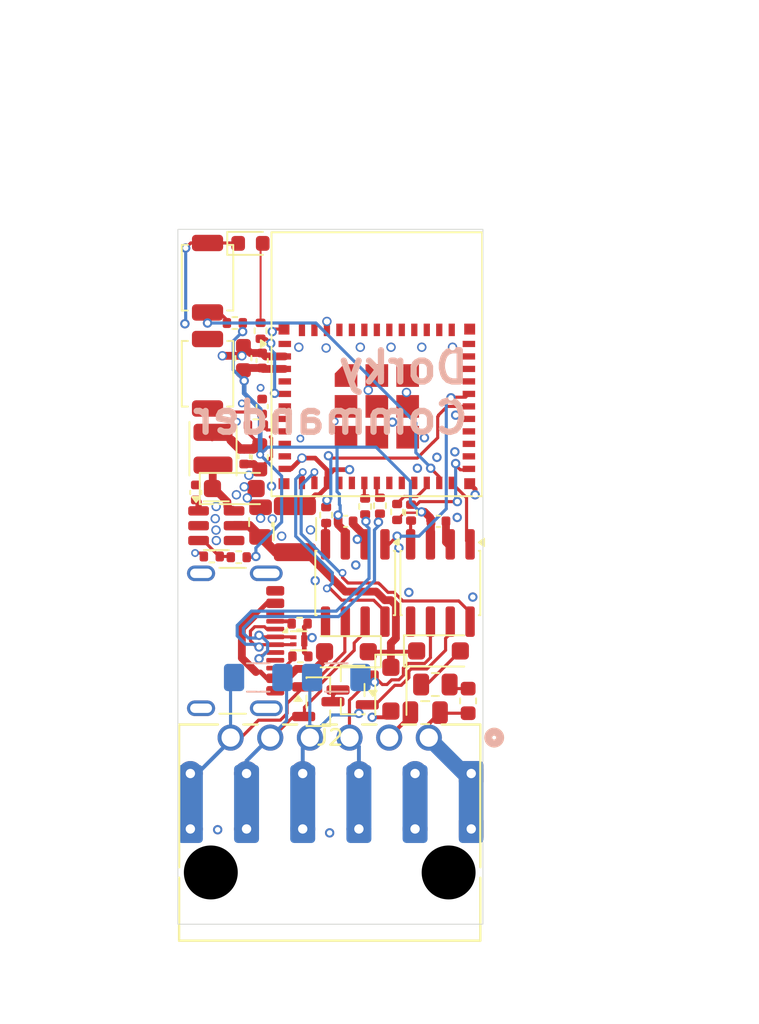
<source format=kicad_pcb>
(kicad_pcb (version 20241229) (generator "pcbnew") (generator_version "9.0")
  (layers (0 "F.Cu" signal) (2 "B.Cu" signal) (13 "F.Paste" user) (15 "B.Paste" user) (5 "F.SilkS" user "F.Silkscreen") (7 "B.SilkS" user "B.Silkscreen") (1 "F.Mask" user) (3 "B.Mask" user) (25 "Edge.Cuts" user))
  (net 0 "")
  (net 1 "GND")
  (net 2 "+3.3V")
  (net 3 "/BATT_Diode")
  (net 4 "USB_D-")
  (net 5 "USB_D+")
  (net 6 "CAN1_H")
  (net 7 "CAN1_L")
  (net 8 "+BATT")
  (net 9 "CAN0_L")
  (net 10 "CAN0_H")
  (net 11 "Net-(J1-CC1)")
  (net 12 "Net-(J1-CC2)")
  (net 13 "CAN1_RXD")
  (net 14 "CAN0_RXD")
  (net 15 "CAN1_TXD")
  (net 16 "CAN1_RS")
  (net 17 "CAN0_TXD")
  (net 18 "CAN0_RS")
  (net 20 "Net-(U2-EN)")
  (net 21 "Net-(D6-K)")
  (net 22 "Net-(U1-BOOST)")
  (net 23 "Net-(D2-A)")
  (net 24 "Net-(D5-A)")
  (net 25 "Net-(U2-IO8)")
  (net 26 "Net-(U1-FB)")
  (net 27 "Net-(U3-R)")
  (net 28 "Net-(U4-R)")
  (net 29 "Net-(U2-IO9)")
  (net 49 "Net-(D3-A)")
  (net 50 "Net-(FB1-Pad2)")
  (net 51 "Net-(U2-IO2)")
  (net 53 "Net-(U2-IO12)")
  (net 54 "Net-(U2-IO13)")
  (footprint "Resistor_SMD:R_0402_1005Metric" (layer "F.Cu") (at 133.55 91.45 -90)
    (property "Reference" "R5" (hide yes))
    (property "Value" "10k" (hide yes))
  )
  (footprint "Package_TO_SOT_SMD:SOT-23" (layer "F.Cu") (at 130.7 102.85 180)
    (property "Reference" "D8" (hide yes))
    (property "Value" "H5VNT2B" (hide yes))
  )
  (footprint "Package_SO:SOIC-8_3.9x4.9mm_P1.27mm" (layer "F.Cu") (at 130.865 96 -90)
    (property "Reference" "U3" (hide yes))
    (property "Value" "SN65HVD230" (hide yes))
  )
  (footprint "Capacitor_SMD:C_0805_2012Metric" (layer "F.Cu") (at 135.35 104.3 180)
    (property "Reference" "C14" (hide yes))
    (property "Value" "100n 100V" (hide yes))
  )
  (footprint "Resistor_SMD:R_0805_2012Metric" (layer "F.Cu") (at 136 102.5 180)
    (property "Reference" "R3" (hide yes))
    (property "Value" "1ohm" (hide yes))
  )
  (footprint "Package_DFN_QFN:Diodes_DFN1006-3" (layer "F.Cu") (at 127.25 99.7)
    (property "Reference" "D1" (hide yes))
    (property "Value" "ESDA5V3L" (hide yes))
  )
  (footprint "Resistor_SMD:R_0402_1005Metric" (layer "F.Cu") (at 123.15 79.35 180)
    (property "Reference" "R6" (hide yes))
    (property "Value" "10k" (hide yes))
  )
  (footprint "Connector_USB:USB_C_Receptacle_GCT_USB4105-xx-A_16P_TopMnt_Horizontal" (layer "F.Cu") (at 122.06 99.7 -90)
    (property "Reference" "J1" (hide yes))
    (property "Value" "USB_C_Receptacle_USB2.0_14P" (hide yes))
  )
  (footprint "Button_Switch_SMD:SW_SPST_TS-1088-xR020" (layer "F.Cu") (at 121.4 76.45 90)
    (property "Reference" "SW2" (hide yes))
    (property "Value" "Boot" (hide yes))
  )
  (footprint "Capacitor_SMD:C_0402_1005Metric" (layer "F.Cu") (at 120.65 90.2 90)
    (property "Reference" "C7" (hide yes))
    (property "Value" "100n" (hide yes))
  )
  (footprint "Inductor_SMD:L_0603_1608Metric" (layer "F.Cu") (at 138.1 103.55 90)
    (property "Reference" "FB1" (hide yes))
    (property "Value" "FerriteBead" (hide yes))
  )
  (footprint "Capacitor_SMD:C_0402_1005Metric" (layer "F.Cu") (at 123.75 87.9 -90)
    (property "Reference" "C8" (hide yes))
    (property "Value" "100n" (hide yes))
  )
  (footprint "Package_SO:SOIC-8_3.9x4.9mm_P1.27mm" (layer "F.Cu") (at 136.32 96 -90)
    (property "Reference" "U4" (hide yes))
    (property "Value" "SN65HVD230" (hide yes))
  )
  (footprint "lib:CONN_70551-xxxx_06_MOL" (layer "F.Cu") (at 135.58 105.9)
    (property "Reference" "J2")
    (property "Value" "705510040")
  )
  (footprint "Diode_SMD:D_SOD-123F" (layer "F.Cu") (at 130.3 100.4 180)
    (property "Reference" "D2" (hide yes))
    (property "Value" "DSK38" (hide yes))
  )
  (footprint "Diode_SMD:D_SOD-123F" (layer "F.Cu") (at 136.2 100.35)
    (property "Reference" "D3" (hide yes))
    (property "Value" "DSK38" (hide yes))
  )
  (footprint "Capacitor_SMD:C_0402_1005Metric" (layer "F.Cu") (at 124.9 84.7 -90)
    (property "Reference" "C4" (hide yes))
    (property "Value" "100n" (hide yes))
  )
  (footprint "Diode_SMD:D_SOD-123F" (layer "F.Cu") (at 133.15 102.8 -90)
    (property "Reference" "D4" (hide yes))
    (property "Value" "SMF58CA" (hide yes))
  )
  (footprint "Resistor_SMD:R_0402_1005Metric" (layer "F.Cu") (at 131.5 91.1 90)
    (property "Reference" "R14" (hide yes))
    (property "Value" "22" (hide yes))
  )
  (footprint "Resistor_SMD:R_0402_1005Metric" (layer "F.Cu") (at 127.35 100.7)
    (property "Reference" "R2" (hide yes))
    (property "Value" "5.11K" (hide yes))
  )
  (footprint "RF_Module:ESP32-C6-MINI-1" (layer "F.Cu") (at 132.25 84.69)
    (property "Reference" "U2" (hide yes))
    (property "Value" "ESP32-C6-MINI-1" (hide yes))
  )
  (footprint "LED_SMD:LED_0603_1608Metric" (layer "F.Cu") (at 124.15 74.25)
    (property "Reference" "D5" (hide yes))
    (property "Value" "Yellow" (hide yes))
  )
  (footprint "Capacitor_SMD:C_0603_1608Metric" (layer "F.Cu") (at 123.7 81.6 90)
    (property "Reference" "C5" (hide yes))
    (property "Value" "22u" (hide yes))
  )
  (footprint "Resistor_SMD:R_0402_1005Metric" (layer "F.Cu") (at 121.672988 94.3)
    (property "Reference" "R9" (hide yes))
    (property "Value" "15k" (hide yes))
  )
  (footprint "Resistor_SMD:R_0402_1005Metric" (layer "F.Cu") (at 124.5 85.9 180)
    (property "Reference" "R4" (hide yes))
    (property "Value" "51k" (hide yes))
  )
  (footprint "Diode_SMD:D_SOD-123F" (layer "F.Cu") (at 123.112988 89.95)
    (property "Reference" "D6" (hide yes))
    (property "Value" "DSK38" (hide yes))
  )
  (footprint "Capacitor_SMD:C_0402_1005Metric" (layer "F.Cu") (at 130.25 92.05)
    (property "Reference" "C12" (hide yes))
    (property "Value" "100n" (hide yes))
  )
  (footprint "Resistor_SMD:R_0402_1005Metric" (layer "F.Cu") (at 132.45 91.05 90)
    (property "Reference" "R15" (hide yes))
    (property "Value" "22" (hide yes))
  )
  (footprint "Resistor_SMD:R_0402_1005Metric" (layer "F.Cu") (at 129 91.65 -90)
    (property "Reference" "R10" (hide yes))
    (property "Value" "470" (hide yes))
  )
  (footprint "Inductor_SMD:L_Changjiang_FTC322520S" (layer "F.Cu") (at 121.75 87.4 90)
    (property "Reference" "L1" (hide yes))
    (property "Value" "22uH" (hide yes))
  )
  (footprint "Capacitor_SMD:C_0402_1005Metric" (layer "F.Cu") (at 124.9 81.75 90)
    (property "Reference" "C6" (hide yes))
    (property "Value" "100n" (hide yes))
  )
  (footprint "Resistor_SMD:R_0402_1005Metric" (layer "F.Cu") (at 123.4 94.35)
    (property "Reference" "R8" (hide yes))
    (property "Value" "51k" (hide yes))
  )
  (footprint "Resistor_SMD:R_0402_1005Metric" (layer "F.Cu") (at 124.8 79.85 -90)
    (property "Reference" "R7" (hide yes))
    (property "Value" "470" (hide yes))
  )
  (footprint "Package_TO_SOT_SMD:SOT-23" (layer "F.Cu") (at 128.5 103.6)
    (property "Reference" "D7" (hide yes))
    (property "Value" "H5VNT2B" (hide yes))
  )
  (footprint "Capacitor_SMD:C_0402_1005Metric" (layer "F.Cu") (at 136.2 92.05)
    (property "Reference" "C13" (hide yes))
    (property "Value" "100n" (hide yes))
  )
  (footprint "Resistor_SMD:R_0402_1005Metric" (layer "F.Cu") (at 127.3 98.6)
    (property "Reference" "R1" (hide yes))
    (property "Value" "5.11K" (hide yes))
  )
  (footprint "Capacitor_SMD:C_1210_3225Metric" (layer "F.Cu") (at 127 92.55 90)
    (property "Reference" "C1" (hide yes))
    (property "Value" "10u 100v" (hide yes))
  )
  (footprint "Capacitor_SMD:C_0603_1608Metric" (layer "F.Cu") (at 124.75 87.95 -90)
    (property "Reference" "C9" (hide yes))
    (property "Value" "22u" (hide yes))
  )
  (footprint "Capacitor_SMD:C_0805_2012Metric" (layer "F.Cu") (at 124.8 92.1 90)
    (property "Reference" "C3" (hide yes))
    (property "Value" "100n 100V" (hide yes))
  )
  (footprint "Resistor_SMD:R_0402_1005Metric" (layer "F.Cu") (at 134.4428 91.4927 -90)
    (property "Reference" "R11" (hide yes))
    (property "Value" "470" (hide yes))
  )
  (footprint "Package_TO_SOT_SMD:TSOT-23-6" (layer "F.Cu") (at 121.962988 92.33)
    (property "Reference" "U1" (hide yes))
    (property "Value" "LV2862Y" (hide yes))
  )
  (footprint "Button_Switch_SMD:SW_SPST_TS-1088-xR020" (layer "F.Cu") (at 121.4 82.6 90)
    (property "Reference" "SW1" (hide yes))
    (property "Value" "Reset" (hide yes))
  )
  (footprint "Connector_Wire:SolderWire-0.1sqmm_1x06_P3.6mm_D0.4mm_OD1mm" (layer "B.Cu") (at 138.3 111.75 180)
    (property "Reference" "J3" (hide yes))
    (property "Value" "holes" (hide yes))
  )
  (footprint "Connector_Wire:SolderWire-0.1sqmm_1x06_P3.6mm_D0.4mm_OD1mm" (layer "B.Cu") (at 138.3 110.15 180)
    (property "Reference" "J5" (hide yes))
    (property "Value" "pads" (hide yes))
  )
  (footprint "Resistor_SMD:R_1206_3216Metric_Pad1.30x1.75mm_HandSolder" (layer "B.Cu") (at 129.65 102.05)
    (property "Reference" "R13" (hide yes))
    (property "Value" "120Ω" (hide yes))
  )
  (footprint "Connector_Wire:SolderWire-0.1sqmm_1x06_P3.6mm_D0.4mm_OD1mm" (layer "B.Cu") (at 138.299293 108.2 180)
    (property "Reference" "J4" (hide yes))
    (property "Value" "holes" (hide yes))
  )
  (footprint "Resistor_SMD:R_1206_3216Metric_Pad1.30x1.75mm_HandSolder" (layer "B.Cu") (at 124.65 102.05 180)
    (property "Reference" "R12" (hide yes))
    (property "Value" "120Ω" (hide yes))
  )
  (gr_rect (start 119.5 73.35) (end 139.05 117.85) (stroke (width 0.05)) (fill no) (layer "Edge.Cuts"))
  (gr_text "Dorky\nCommander" (at 138.3 83.8 0) (layer "B.SilkS") (effects (font (size 2 2) (thickness 0.4) (bold yes)) (justify left mirror)))
  (segment (start 125.5 87.925) (end 125.5 86.7206) (width 0.2) (layer "F.Cu") (net 1))
  (segment (start 122.35 81.45) (end 123.6 81.45) (width 0.5) (layer "F.Cu") (net 1))
  (segment (start 125.12 81.49) (end 126.35 81.49) (width 0.5) (layer "F.Cu") (net 1))
  (segment (start 130.73 92.05) (end 130.73 92.23) (width 0.5) (layer "F.Cu") (net 1))
  (segment (start 127.45 88) (end 126.76 88.69) (width 0.3) (layer "F.Cu") (net 1))
  (segment (start 127.6 99.7) (end 127.6 98.81) (width 0.3) (layer "F.Cu") (net 1))
  (segment (start 120.325 74.225) (end 120 74.55) (width 0.2) (layer "F.Cu") (net 1))
  (segment (start 120.602988 94.08) (end 120.942988 94.08) (width 0.2) (layer "F.Cu") (net 1))
  (segment (start 129.05 89.85) (end 128.55 90.35) (width 0.3) (layer "F.Cu") (net 1))
  (segment (start 128.55 90.35) (end 128.3 90.35) (width 0.3) (layer "F.Cu") (net 1))
  (segment (start 123.6 81.45) (end 123.55 81.4) (width 0.3) (layer "F.Cu") (net 1))
  (segment (start 127.86 100.7) (end 127.6 100.44) (width 0.3) (layer "F.Cu") (net 1))
  (segment (start 127.45 88) (end 128.3 88) (width 0.3) (layer "F.Cu") (net 1))
  (segment (start 128.3 90.35) (end 127.575 91.075) (width 0.3) (layer "F.Cu") (net 1))
  (segment (start 136.83 93.525) (end 136.955 93.525) (width 0.5) (layer "F.Cu") (net 1))
  (segment (start 138.55 90.35) (end 138.55 89.99) (width 0.3) (layer "F.Cu") (net 1))
  (segment (start 125.71 79.74) (end 125.55 79.9) (width 0.2) (layer "F.Cu") (net 1))
  (segment (start 120.942988 94.08) (end 121.162988 94.3) (width 0.2) (layer "F.Cu") (net 1))
  (segment (start 129.498002 88.739998) (end 129.05 89.188) (width 0.3) (layer "F.Cu") (net 1))
  (segment (start 124.145 81.27) (end 124.9 81.27) (width 0.5) (layer "F.Cu") (net 1))
  (segment (start 128.3 88) (end 129.05 88.75) (width 0.3) (layer "F.Cu") (net 1))
  (segment (start 129.4375 103.174999) (end 129.7625 102.849999) (width 0.25) (layer "F.Cu") (net 1))
  (segment (start 124.75 88.725) (end 124.75 88.675) (width 0.2) (layer "F.Cu") (net 1))
  (segment (start 123.55 81.4) (end 123.55 80.975) (width 0.3) (layer "F.Cu") (net 1))
  (segment (start 127.575 91.075) (end 127 91.075) (width 0.3) (layer "F.Cu") (net 1))
  (segment (start 127.6 100.44) (end 127.6 99.7) (width 0.3) (layer "F.Cu") (net 1))
  (segment (start 134.4 104.3) (end 134.4 104.5072) (width 0.25) (layer "F.Cu") (net 1))
  (segment (start 127.6 98.81) (end 127.81 98.6) (width 0.3) (layer "F.Cu") (net 1))
  (segment (start 126.3 79.74) (end 125.71 79.74) (width 0.2) (layer "F.Cu") (net 1))
  (segment (start 129.4375 103.600001) (end 129.4375 103.174999) (width 0.25) (layer "F.Cu") (net 1))
  (segment (start 131.95 104.6) (end 132.75 104.6) (width 0.25) (layer "F.Cu") (net 1))
  (segment (start 130.5 88.739998) (end 129.498002 88.739998) (width 0.3) (layer "F.Cu") (net 1))
  (segment (start 123.75 88.38) (end 124.367988 88.38) (width 0.5) (layer "F.Cu") (net 1))
  (segment (start 121.4 74.225) (end 120.325 74.225) (width 0.2) (layer "F.Cu") (net 1))
  (segment (start 124.662988 88.675) (end 124.7 88.675) (width 0.5) (layer "F.Cu") (net 1))
  (segment (start 136.68 93.375) (end 136.83 93.525) (width 0.5) (layer "F.Cu") (net 1))
  (segment (start 129.05 89.188) (end 129.05 89.59) (width 0.3) (layer "F.Cu") (net 1))
  (segment (start 129.05 89.59) (end 129.05 89.85) (width 0.3) (layer "F.Cu") (net 1))
  (segment (start 125.5 86.7206) (end 125.4204 86.641) (width 0.2) (layer "F.Cu") (net 1))
  (segment (start 136.68 92.05) (end 136.68 93.375) (width 0.5) (layer "F.Cu") (net 1))
  (segment (start 138.55 89.99) (end 138.2 89.64) (width 0.3) (layer "F.Cu") (net 1))
  (segment (start 131.5 93) (end 131.5 93.525) (width 0.5) (layer "F.Cu") (net 1))
  (segment (start 124.367988 88.38) (end 124.662988 88.675) (width 0.5) (layer "F.Cu") (net 1))
  (segment (start 121.4 74.225) (end 123.3375 74.225) (width 0.2) (layer "F.Cu") (net 1))
  (segment (start 124.75 88.675) (end 125.5 87.925) (width 0.2) (layer "F.Cu") (net 1))
  (segment (start 132.75 104.6) (end 133.15 104.2) (width 0.25) (layer "F.Cu") (net 1))
  (segment (start 123.3375 74.225) (end 123.3625 74.25) (width 0.2) (layer "F.Cu") (net 1))
  (segment (start 124.7 88.675) (end 124.75 88.725) (width 0.5) (layer "F.Cu") (net 1))
  (segment (start 123.7 80.825) (end 124.145 81.27) (width 0.5) (layer "F.Cu") (net 1))
  (segment (start 129.05 88.75) (end 129.05 89.59) (width 0.3) (layer "F.Cu") (net 1))
  (segment (start 134.4 104.5072) (end 133.035 105.8722) (width 0.25) (layer "F.Cu") (net 1))
  (segment (start 126.76 88.69) (end 126.35 88.69) (width 0.3) (layer "F.Cu") (net 1))
  (segment (start 124.9 81.27) (end 125.12 81.49) (width 0.5) (layer "F.Cu") (net 1))
  (segment (start 130.73 92.23) (end 131.5 93) (width 0.5) (layer "F.Cu") (net 1))
  (segment (start 123.55 80.975) (end 123.7 80.825) (width 0.3) (layer "F.Cu") (net 1))
  (via (at 133.665 93.75) (size 0.6) (drill 0.35) (layers "F.Cu" "B.Cu") (net 1))
  (via (at 129 80.95) (size 0.6) (drill 0.4) (layers "F.Cu" "B.Cu") (net 1))
  (via (at 130.9 94.85) (size 0.6) (drill 0.35) (layers "F.Cu" "B.Cu") (net 1))
  (via (at 131.7 83.65) (size 0.6) (drill 0.4) (layers "F.Cu" "B.Cu") (net 1))
  (via (at 135.13 80.9) (size 0.6) (drill 0.4) (layers "F.Cu" "B.Cu") (net 1))
  (via (at 123.6 81.45) (size 0.6) (drill 0.4) (layers "F.Cu" "B.Cu") (net 1))
  (via (at 122.05 111.8) (size 0.6) (drill 0.35) (layers "F.Cu" "B.Cu") (net 1))
  (via (at 123.95 90.55) (size 0.6) (drill 0.4) (layers "F.Cu" "B.Cu") (net 1))
  (via (at 128 92.6) (size 0.6) (drill 0.4) (layers "F.Cu" "B.Cu") (net 1))
  (via (at 138.55 90.35) (size 0.6) (drill 0.35) (layers "F.Cu" "B.Cu") (net 1))
  (via (at 122.35 81.45) (size 0.6) (drill 0.4) (layers "F.Cu" "B.Cu") (net 1))
  (via (at 121.962988 93.28) (size 0.6) (drill 0.4) (layers "F.Cu" "B.Cu") (net 1))
  (via (at 136.1 87.95) (size 0.6) (drill 0.35) (layers "F.Cu" "B.Cu") (net 1))
  (via (at 126.15 93) (size 0.6) (drill 0.4) (layers "F.Cu" "B.Cu") (net 1))
  (via (at 121.952988 91.1) (size 0.6) (drill 0.4) (layers "F.Cu" "B.Cu") (net 1))
  (via (at 121.942988 92.61) (size 0.6) (drill 0.4) (layers "F.Cu" "B.Cu") (net 1))
  (via (at 123.25 90.35) (size 0.6) (drill 0.4) (layers "F.Cu" "B.Cu") (net 1))
  (via (at 120 74.55) (size 0.6) (drill 0.35) (layers "F.Cu" "B.Cu") (net 1))
  (via (at 134.15 83.8) (size 0.6) (drill 0.4) (layers "F.Cu" "B.Cu") (net 1))
  (via (at 129.55 85.65) (size 0.5) (drill 0.3) (layers "F.Cu" "B.Cu") (net 1))
  (via (at 137.3 85.25) (size 0.6) (drill 0.35) (layers "F.Cu" "B.Cu") (net 1))
  (via (at 129.05 79.25) (size 0.6) (drill 0.4) (layers "F.Cu" "B.Cu") (net 1))
  (via (at 127.25 80.9) (size 0.6) (drill 0.4) (layers "F.Cu" "B.Cu") (net 1))
  (via (at 127.45 88) (size 0.6) (drill 0.4) (layers "F.Cu" "B.Cu") (net 1))
  (via (at 138.4 96.9) (size 0.6) (drill 0.35) (layers "F.Cu" "B.Cu") (net 1))
  (via (at 130.5 88.739998) (size 0.6) (drill 0.35) (layers "F.Cu" "B.Cu") (net 1))
  (via (at 134.85 88.65) (size 0.6) (drill 0.35) (layers "F.Cu" "B.Cu") (net 1))
  (via (at 119.95 79.4) (size 0.6) (drill 0.35) (layers "F.Cu" "B.Cu") (net 1))
  (via (at 134.3 96.6) (size 0.6) (drill 0.35) (layers "F.Cu" "B.Cu") (net 1))
  (via (at 124.05 89.1) (size 0.6) (drill 0.4) (layers "F.Cu" "B.Cu") (net 1))
  (via (at 125.55 79.9) (size 0.6) (drill 0.35) (layers "F.Cu" "B.Cu") (net 1))
  (via (at 133.25 85.7) (size 0.6) (drill 0.35) (layers "F.Cu" "B.Cu") (net 1))
  (via (at 137.25 87.6) (size 0.6) (drill 0.35) (layers "F.Cu" "B.Cu") (net 1))
  (via (at 133.16 80.9) (size 0.6) (drill 0.4) (layers "F.Cu" "B.Cu") (net 1))
  (via (at 124.8 91.85) (size 0.6) (drill 0.4) (layers "F.Cu" "B.Cu") (net 1))
  (via (at 131 93.2) (size 0.6) (drill 0.35) (layers "F.Cu" "B.Cu") (net 1))
  (via (at 128.1 99.5) (size 0.6) (drill 0.35) (layers "F.Cu" "B.Cu") (net 1))
  (via (at 131.95 104.6) (size 0.6) (drill 0.35) (layers "F.Cu" "B.Cu") (net 1))
  (via (at 137.4 91.8) (size 0.6) (drill 0.35) (layers "F.Cu" "B.Cu") (net 1))
  (via (at 129.225 112) (size 0.6) (drill 0.35) (layers "F.Cu" "B.Cu") (net 1))
  (via (at 125.5 89.8) (size 0.6) (drill 0.35) (layers "F.Cu" "B.Cu") (net 1))
  (via (at 121.892988 91.88) (size 0.6) (drill 0.4) (layers "F.Cu" "B.Cu") (net 1))
  (via (at 135.3 86.7) (size 0.6) (drill 0.35) (layers "F.Cu" "B.Cu") (net 1))
  (via (at 123.278283 85.670663) (size 0.5) (drill 0.3) (layers "F.Cu" "B.Cu") (net 1))
  (via (at 123.6 84.5) (size 0.5) (drill 0.3) (layers "F.Cu" "B.Cu") (net 1))
  (via (at 124.8 83.5) (size 0.5) (drill 0.3) (layers "F.Cu" "B.Cu") (net 1))
  (via (at 131.19 80.9) (size 0.6) (drill 0.4) (layers "F.Cu" "B.Cu") (net 1))
  (via (at 123.752988 89.84) (size 0.6) (drill 0.4) (layers "F.Cu" "B.Cu") (net 1))
  (via (at 120.602988 94.08) (size 0.5) (drill 0.3) (layers "F.Cu" "B.Cu") (net 1))
  (via (at 137.1 80.9) (size 0.6) (drill 0.4) (layers "F.Cu" "B.Cu") (net 1))
  (via (at 127.35 86.75) (size 0.5) (drill 0.3) (layers "F.Cu" "B.Cu") (net 1))
  (via (at 128.3 95.85) (size 0.6) (drill 0.35) (layers "F.Cu" "B.Cu") (net 1))
  (via (at 125.55 91.9) (size 0.6) (drill 0.4) (layers "F.Cu" "B.Cu") (net 1))
  (segment (start 120 74.55) (end 120 79.35) (width 0.2) (layer "B.Cu") (net 1))
  (segment (start 120 79.35) (end 119.95 79.4) (width 0.2) (layer "B.Cu") (net 1))
  (segment (start 123.94 85.95) (end 123.94 86.315) (width 0.2) (layer "F.Cu") (net 2))
  (segment (start 130.23 92.73) (end 130.23 93.525) (width 0.5) (layer "F.Cu") (net 2))
  (segment (start 121.71815 86.847412) (end 121.67815 86.847412) (width 0.15) (layer "F.Cu") (net 2))
  (segment (start 135.112842 91.444757) (end 135.057599 91.5) (width 0.1524) (layer "F.Cu") (net 2))
  (segment (start 123.75 87.42) (end 123.476988 87.42) (width 0.6) (layer "F.Cu") (net 2))
  (segment (start 123.65 79.36) (end 123.66 79.35) (width 0.2) (layer "F.Cu") (net 2))
  (segment (start 124.702988 87.375) (end 124.702988 87.525) (width 0.2) (layer "F.Cu") (net 2))
  (segment (start 123.75 82.425) (end 123.7 82.375) (width 0.2) (layer "F.Cu") (net 2))
  (segment (start 124.622988 87.125) (end 124.327988 87.42) (width 0.6) (layer "F.Cu") (net 2))
  (segment (start 124.702988 87.525) (end 124.529988 87.352) (width 0.2) (layer "F.Cu") (net 2))
  (segment (start 124.772988 87.78) (end 124.772988 87.635) (width 0.15) (layer "F.Cu") (net 2))
  (segment (start 124.75 87.125) (end 124.75 87.175) (width 0.2) (layer "F.Cu") (net 2))
  (segment (start 135.72 93.49) (end 135.72 92.05) (width 0.5) (layer "F.Cu") (net 2))
  (segment (start 135.662097 91.8) (end 135.662097 91.992097) (width 0.5) (layer "F.Cu") (net 2))
  (segment (start 123.65 79.9) (end 123.65 79.36) (width 0.2) (layer "F.Cu") (net 2))
  (segment (start 124.692988 87.555) (end 124.692988 87.115) (width 0.15) (layer "F.Cu") (net 2))
  (segment (start 124.72 87.145) (end 124.682988 87.145) (width 0.6) (layer "F.Cu") (net 2))
  (segment (start 134.01 91.5) (end 133.55 91.96) (width 0.1524) (layer "F.Cu") (net 2))
  (segment (start 135.057599 91.5) (end 134.01 91.5) (width 0.1524) (layer "F.Cu") (net 2))
  (segment (start 124.682988 87.355) (end 124.702988 87.375) (width 0.2) (layer "F.Cu") (net 2))
  (segment (start 124.327988 87.42) (end 123.75 87.42) (width 0.6) (layer "F.Cu") (net 2))
  (segment (start 135.685 93.525) (end 135.72 93.49) (width 0.5) (layer "F.Cu") (net 2))
  (segment (start 129.77 92.05) (end 129.77 92.27) (width 0.5) (layer "F.Cu") (net 2))
  (segment (start 126.35 82.29) (end 124.96 82.29) (width 0.5) (layer "F.Cu") (net 2))
  (segment (start 135.306854 91.444757) (end 135.662097 91.8) (width 0.5) (layer "F.Cu") (net 2))
  (segment (start 124.682988 87.145) (end 124.682988 87.355) (width 0.2) (layer "F.Cu") (net 2))
  (segment (start 124.96 82.29) (end 124.9 82.23) (width 0.5) (layer "F.Cu") (net 2))
  (segment (start 129.77 92.27) (end 130.23 92.73) (width 0.5) (layer "F.Cu") (net 2))
  (segment (start 124.702988 87.525) (end 124.399988 87.222) (width 0.2) (layer "F.Cu") (net 2))
  (segment (start 123.94 86.315) (end 124.75 87.125) (width 0.2) (layer "F.Cu") (net 2))
  (segment (start 124.7 87.125) (end 124.622988 87.125) (width 0.6) (layer "F.Cu") (net 2))
  (segment (start 124.9 82.23) (end 123.845 82.23) (width 0.5) (layer "F.Cu") (net 2))
  (segment (start 124.75 87.175) (end 124.72 87.145) (width 0.6) (layer "F.Cu") (net 2))
  (segment (start 123.75 83.05) (end 123.75 82.425) (width 0.2) (layer "F.Cu") (net 2))
  (segment (start 124.772988 87.635) (end 124.692988 87.555) (width 0.15) (layer "F.Cu") (net 2))
  (segment (start 124.45 94.35) (end 123.91 94.35) (width 0.2) (layer "F.Cu") (net 2))
  (segment (start 129.77 91.65) (end 129.77 92.05) (width 0.5) (layer "F.Cu") (net 2))
  (segment (start 135.112842 91.444757) (end 135.306854 91.444757) (width 0.5) (layer "F.Cu") (net 2))
  (segment (start 123.99 85.9) (end 123.94 85.95) (width 0.2) (layer "F.Cu") (net 2))
  (segment (start 123.476988 87.42) (end 122.9094 86.852412) (width 0.6) (layer "F.Cu") (net 2))
  (segment (start 124.5 94.3) (end 124.45 94.35) (width 0.2) (layer "F.Cu") (net 2))
  (segment (start 135.662097 91.992097) (end 135.72 92.05) (width 0.5) (layer "F.Cu") (net 2))
  (segment (start 123.845 82.23) (end 123.7 82.375) (width 0.5) (layer "F.Cu") (net 2))
  (segment (start 124.75 87.175) (end 124.7 87.125) (width 0.6) (layer "F.Cu") (net 2))
  (via (at 135.112842 91.444757) (size 0.6) (drill 0.35) (layers "F.Cu" "B.Cu") (net 2))
  (via (at 123.75 83.05) (size 0.6) (drill 0.35) (layers "F.Cu" "B.Cu") (net 2))
  (via (at 123.65 79.9) (size 0.6) (drill 0.35) (layers "F.Cu" "B.Cu") (net 2))
  (via (at 129.77 91.65) (size 0.6) (drill 0.35) (layers "F.Cu" "B.Cu") (net 2))
  (via (at 124.5 94.3) (size 0.6) (drill 0.35) (layers "F.Cu" "B.Cu") (net 2))
  (via (at 124.772988 87.78) (size 0.5) (drill 0.3) (layers "F.Cu" "B.Cu") (net 2))
  (segment (start 132.2 87.3) (end 125.252988 87.3) (width 0.2) (layer "B.Cu") (net 2))
  (segment (start 126.15 89.157012) (end 124.772988 87.78) (width 0.2) (layer "B.Cu") (net 2))
  (segment (start 124.5 94.3) (end 124.5 93.75) (width 0.2) (layer "B.Cu") (net 2))
  (segment (start 134.4 89.5) (end 132.2 87.3) (width 0.2) (layer "B.Cu") (net 2))
  (segment (start 135.015303 91.444757) (end 134.4 90.829454) (width 0.2) (layer "B.Cu") (net 2))
  (segment (start 123.05 80.5) (end 123.65 79.9) (width 0.2) (layer "B.Cu") (net 2))
  (segment (start 123.746306 83.05) (end 123.05 82.353694) (width 0.2) (layer "B.Cu") (net 2))
  (segment (start 124.772988 87.78) (end 124.772988 84.872988) (width 0.3) (layer "B.Cu") (net 2))
  (segment (start 129.85 90.300001) (end 129.7 90.150001) (width 0.2) (layer "B.Cu") (net 2))
  (segment (start 134.4 90.829454) (end 134.4 89.5) (width 0.2) (layer "B.Cu") (net 2))
  (segment (start 129.9 91.52) (end 129.9 91.03) (width 0.2) (layer "B.Cu") (net 2))
  (segment (start 123.748153 83.848153) (end 123.748153 83.051847) (width 0.3) (layer "B.Cu") (net 2))
  (segment (start 123.05 82.353694) (end 123.05 80.5) (width 0.2) (layer "B.Cu") (net 2))
  (segment (start 126.15 92.1) (end 126.15 89.157012) (width 0.2) (layer "B.Cu") (net 2))
  (segment (start 125.252988 87.3) (end 124.772988 87.78) (width 0.2) (layer "B.Cu") (net 2))
  (segment (start 123.748153 83.051847) (end 123.75 83.05) (width 0.2) (layer "B.Cu") (net 2))
  (segment (start 129.7 90.150001) (end 129.7 87.3) (width 0.2) (layer "B.Cu") (net 2))
  (segment (start 124.772988 84.872988) (end 123.748153 83.848153) (width 0.3) (layer "B.Cu") (net 2))
  (segment (start 129.77 91.65) (end 129.9 91.52) (width 0.2) (layer "B.Cu") (net 2))
  (segment (start 129.9 91.03) (end 129.85 90.98) (width 0.2) (layer "B.Cu") (net 2))
  (segment (start 129.85 90.98) (end 129.85 90.300001) (width 0.2) (layer "B.Cu") (net 2))
  (segment (start 123.75 83.05) (end 123.746306 83.05) (width 0.2) (layer "B.Cu") (net 2))
  (segment (start 124.5 93.75) (end 126.15 92.1) (width 0.2) (layer "B.Cu") (net 2))
  (segment (start 135.112842 91.444757) (end 135.015303 91.444757) (width 0.2) (layer "B.Cu") (net 2))
  (segment (start 130.226612 96.55) (end 127.701612 94.025) (width 0.5) (layer "F.Cu") (net 3))
  (segment (start 134.750001 100.4) (end 134.800001 100.35) (width 0.5) (layer "F.Cu") (net 3))
  (segment (start 123.100488 92.33) (end 124.08 92.33) (width 0.6) (layer "F.Cu") (net 3))
  (segment (start 133.152388 99.851) (end 133.471 99.532388) (width 0.5) (layer "F.Cu") (net 3))
  (segment (start 133.471 97.417612) (end 133.152388 97.099) (width 0.5) (layer "F.Cu") (net 3))
  (segment (start 132.25752 96.599) (end 132.249 96.599) (width 0.5) (layer "F.Cu") (net 3))
  (segment (start 125.775 94.025) (end 127 94.025) (width 0.6) (layer "F.Cu") (net 3))
  (segment (start 131.699999 100.4) (end 134.750001 100.4) (width 0.25) (layer "F.Cu") (net 3))
  (segment (start 133.152388 97.099) (end 132.75752 97.099) (width 0.5) (layer "F.Cu") (net 3))
  (segment (start 133.15 101.35) (end 133.15 99.851) (width 0.5) (layer "F.Cu") (net 3))
  (segment (start 127.701612 94.025) (end 127 94.025) (width 0.5) (layer "F.Cu") (net 3))
  (segment (start 132.249 96.599) (end 132.2 96.55) (width 0.5) (layer "F.Cu") (net 3))
  (segment (start 132.75752 97.099) (end 132.25752 96.599) (width 0.5) (layer "F.Cu") (net 3))
  (segment (start 133.15 101.4) (end 133.2 101.4) (width 0.5) (layer "F.Cu") (net 3))
  (segment (start 124.08 92.33) (end 125.775 94.025) (width 0.6) (layer "F.Cu") (net 3))
  (segment (start 132.2 96.55) (end 130.226612 96.55) (width 0.5) (layer "F.Cu") (net 3))
  (segment (start 133.471 99.532388) (end 133.471 97.417612) (width 0.5) (layer "F.Cu") (net 3))
  (segment (start 133.15 99.851) (end 133.152388 99.851) (width 0.5) (layer "F.Cu") (net 3))
  (segment (start 133.2 101.4) (end 133.15 101.35) (width 0.5) (layer "F.Cu") (net 3))
  (segment (start 124.425 98.8) (end 125.05 98.8) (width 0.2) (layer "F.Cu") (net 4))
  (segment (start 124.15 99.7) (end 124.15 99.075) (width 0.2) (layer "F.Cu") (net 4))
  (segment (start 124.55 100.1) (end 124.15 99.7) (width 0.2) (layer "F.Cu") (net 4))
  (segment (start 131.55 91.81) (end 131.5 91.76) (width 0.2) (layer "F.Cu") (net 4))
  (segment (start 125.74 99.95) (end 126.875 99.95) (width 0.2) (layer "F.Cu") (net 4))
  (segment (start 131.5 91.76) (end 131.5 91.61) (width 0.2) (layer "F.Cu") (net 4))
  (segment (start 124.9 99.95) (end 125.74 99.95) (width 0.2) (layer "F.Cu") (net 4))
  (segment (start 126.875 99.95) (end 126.9 99.925) (width 0.2) (layer "F.Cu") (net 4))
  (segment (start 124.75 100.1) (end 124.9 99.95) (width 0.2) (layer "F.Cu") (net 4))
  (segment (start 124.15 99.075) (end 124.425 98.8) (width 0.2) (layer "F.Cu") (net 4))
  (segment (start 124.7 100.1) (end 124.55 100.1) (width 0.2) (layer "F.Cu") (net 4))
  (segment (start 131.55 92.05) (end 131.55 91.81) (width 0.2) (layer "F.Cu") (net 4))
  (segment (start 124.7 100.1) (end 124.75 100.1) (width 0.2) (layer "F.Cu") (net 4))
  (segment (start 125.2 98.95) (end 125.74 98.95) (width 0.2) (layer "F.Cu") (net 4))
  (segment (start 125.05 98.8) (end 125.2 98.95) (width 0.2) (layer "F.Cu") (net 4))
  (via (at 124.7 100.1) (size 0.6) (drill 0.35) (layers "F.Cu" "B.Cu") (net 4))
  (via (at 131.55 92.05) (size 0.6) (drill 0.35) (layers "F.Cu" "B.Cu") (net 4))
  (segment (start 131.75 95.703612) (end 129.653612 97.8) (width 0.2) (layer "B.Cu") (net 4))
  (segment (start 131.55 92.05) (end 131.55 92.3) (width 0.2) (layer "B.Cu") (net 4))
  (segment (start 124.217156 97.8) (end 123.3 98.717156) (width 0.2) (layer "B.Cu") (net 4))
  (segment (start 129.653612 97.8) (end 124.217156 97.8) (width 0.2) (layer "B.Cu") (net 4))
  (segment (start 123.842156 99.925) (end 124.525 99.925) (width 0.2) (layer "B.Cu") (net 4))
  (segment (start 123.3 98.717156) (end 123.3 99.382844) (width 0.2) (layer "B.Cu") (net 4))
  (segment (start 123.3 99.382844) (end 123.842156 99.925) (width 0.2) (layer "B.Cu") (net 4))
  (segment (start 131.55 92.3) (end 131.75 92.5) (width 0.2) (layer "B.Cu") (net 4))
  (segment (start 124.525 99.925) (end 124.7 100.1) (width 0.2) (layer "B.Cu") (net 4))
  (segment (start 131.75 92.5) (end 131.75 95.703612) (width 0.2) (layer "B.Cu") (net 4))
  (segment (start 132.25 91.9) (end 132.3 91.85) (width 0.2) (layer "F.Cu") (net 5))
  (segment (start 124.7 100.8) (end 124.849 100.651) (width 0.2) (layer "F.Cu") (net 5))
  (segment (start 125.74 99.45) (end 126.875 99.45) (width 0.2) (layer "F.Cu") (net 5))
  (segment (start 124.7 99.35) (end 124.8 99.45) (width 0.2) (layer "F.Cu") (net 5))
  (segment (start 132.3 91.71) (end 132.45 91.56) (width 0.2) (layer "F.Cu") (net 5))
  (segment (start 125.129232 100.45) (end 125.74 100.45) (width 0.2) (layer "F.Cu") (net 5))
  (segment (start 132.35 92.1) (end 132.25 92) (width 0.2) (layer "F.Cu") (net 5))
  (segment (start 124.8 99.45) (end 125.74 99.45) (width 0.2) (layer "F.Cu") (net 5))
  (segment (start 132.3 91.85) (end 132.3 91.71) (width 0.2) (layer "F.Cu") (net 5))
  (segment (start 124.7 100.850003) (end 124.7 100.8) (width 0.2) (layer "F.Cu") (net 5))
  (segment (start 126.875 99.45) (end 126.9 99.475) (width 0.2) (layer "F.Cu") (net 5))
  (segment (start 132.25 92) (end 132.25 91.9) (width 0.2) (layer "F.Cu") (net 5))
  (segment (start 124.928232 100.651) (end 125.129232 100.45) (width 0.2) (layer "F.Cu") (net 5))
  (segment (start 124.849 100.651) (end 124.928232 100.651) (width 0.2) (layer "F.Cu") (net 5))
  (via (at 124.7 100.850003) (size 0.6) (drill 0.35) (layers "F.Cu" "B.Cu") (net 5))
  (via (at 132.35 92.1) (size 0.6) (drill 0.35) (layers "F.Cu" "B.Cu") (net 5))
  (via (at 124.7 99.35) (size 0.6) (drill 0.35) (layers "F.Cu" "B.Cu") (net 5))
  (segment (start 132.1 92.6) (end 132.1 95.85) (width 0.2) (layer "B.Cu") (net 5))
  (segment (start 124.8 100.8) (end 125.25 100.35) (width 0.2) (layer "B.Cu") (net 5))
  (segment (start 124.525 99.525) (end 124.7 99.35) (width 0.2) (layer "B.Cu") (net 5))
  (segment (start 124.432844 98.15) (end 123.7 98.882844) (width 0.2) (layer "B.Cu") (net 5))
  (segment (start 123.7 98.882844) (end 123.7 99.217156) (width 0.2) (layer "B.Cu") (net 5))
  (segment (start 132.35 92.1) (end 132.35 92.35) (width 0.2) (layer "B.Cu") (net 5))
  (segment (start 124.750003 100.8) (end 124.8 100.8) (width 0.2) (layer "B.Cu") (net 5))
  (segment (start 123.7 99.217156) (end 124.007844 99.525) (width 0.2) (layer "B.Cu") (net 5))
  (segment (start 129.8 98.15) (end 124.432844 98.15) (width 0.2) (layer "B.Cu") (net 5))
  (segment (start 125.25 100.35) (end 125.25 99.8) (width 0.2) (layer "B.Cu") (net 5))
  (segment (start 124.8 99.35) (end 124.7 99.35) (width 0.2) (layer "B.Cu") (net 5))
  (segment (start 124.7 100.850003) (end 124.750003 100.8) (width 0.2) (layer "B.Cu") (net 5))
  (segment (start 124.007844 99.525) (end 124.525 99.525) (width 0.2) (layer "B.Cu") (net 5))
  (segment (start 132.35 92.35) (end 132.1 92.6) (width 0.2) (layer "B.Cu") (net 5))
  (segment (start 132.1 95.85) (end 129.8 98.15) (width 0.2) (layer "B.Cu") (net 5))
  (segment (start 125.25 99.8) (end 124.8 99.35) (width 0.2) (layer "B.Cu") (net 5))
  (segment (start 133.809837 102.552) (end 134.302 102.059836) (width 0.2) (layer "F.Cu") (net 6))
  (segment (start 131.637501 103.799999) (end 132.150001 103.799999) (width 0.2) (layer "F.Cu") (net 6))
  (segment (start 135.459837 101.502) (end 136.655001 100.306836) (width 0.2) (layer "F.Cu") (net 6))
  (segment (start 134.302 101.648) (end 134.448 101.502) (width 0.2) (layer "F.Cu") (net 6))
  (segment (start 136.655001 99.544999) (end 136.955 99.245) (width 0.2) (layer "F.Cu") (net 6))
  (segment (start 134.448 101.502) (end 135.459837 101.502) (width 0.2) (layer "F.Cu") (net 6))
  (segment (start 131.05 104.2) (end 131.05 104.05) (width 0.2) (layer "F.Cu") (net 6))
  (segment (start 136.655001 100.306836) (end 136.655001 99.544999) (width 0.2) (layer "F.Cu") (net 6))
  (segment (start 132.150001 103.799999) (end 133.398 102.552) (width 0.2) (layer "F.Cu") (net 6))
  (segment (start 133.398 102.552) (end 133.809837 102.552) (width 0.2) (layer "F.Cu") (net 6))
  (segment (start 131.1 104.35) (end 131.1 104.25) (width 0.2) (layer "F.Cu") (net 6))
  (segment (start 131.300001 103.799999) (end 131.637501 103.799999) (width 0.2) (layer "F.Cu") (net 6))
  (segment (start 134.302 102.059836) (end 134.302 101.648) (width 0.2) (layer "F.Cu") (net 6))
  (segment (start 136.955 99.245) (end 136.955 98.475) (width 0.2) (layer "F.Cu") (net 6))
  (segment (start 131.1 104.25) (end 131.05 104.2) (width 0.2) (layer "F.Cu") (net 6))
  (segment (start 131.05 104.05) (end 131.300001 103.799999) (width 0.2) (layer "F.Cu") (net 6))
  (via (at 131.1 104.35) (size 0.6) (drill 0.35) (layers "F.Cu" "B.Cu") (net 6))
  (segment (start 127.955 105.8722) (end 127.955 102.195) (width 0.2) (layer "B.Cu") (net 6))
  (segment (start 127.5 106.3272) (end 127.955 105.8722) (width 0.25) (layer "B.Cu") (net 6))
  (segment (start 131.1 104.35) (end 131 104.45) (width 0.2) (layer "B.Cu") (net 6))
  (segment (start 127.5 108.65) (end 127.5 106.3272) (width 0.25) (layer "B.Cu") (net 6))
  (segment (start 127.955 102.195) (end 128.1 102.05) (width 0.2) (layer "B.Cu") (net 6))
  (segment (start 131 104.45) (end 129.3772 104.45) (width 0.2) (layer "B.Cu") (net 6))
  (segment (start 127.5 108.65) (end 127.5 111.75) (width 0.25) (layer "B.Cu") (net 6))
  (segment (start 129.3772 104.45) (end 127.955 105.8722) (width 0.2) (layer "B.Cu") (net 6))
  (segment (start 130.599001 103.400999) (end 130.620256 103.400999) (width 0.2) (layer "F.Cu") (net 7))
  (segment (start 131.507519 101.819645) (end 131.557519 101.869645) (width 0.2) (layer "F.Cu") (net 7))
  (segment (start 131.900001 101.900001) (end 132.2 102.2) (width 0.2) (layer "F.Cu") (net 7))
  (segment (start 131.577163 101.939664) (end 131.616826 101.900001) (width 0.2) (layer "F.Cu") (net 7))
  (segment (start 133.951 101.914448) (end 133.951 101.449) (width 0.2) (layer "F.Cu") (net 7))
  (segment (start 131.557519 101.919645) (end 131.577163 101.900001) (width 0.2) (layer "F.Cu") (net 7))
  (segment (start 133.199 102.201) (end 133.664448 102.201) (width 0.2) (layer "F.Cu") (net 7))
  (segment (start 131.95 102.212501) (end 131.6375 101.900001) (width 0.2) (layer "F.Cu") (net 7))
  (segment (start 132.899 102.501) (end 133.199 102.201) (width 0.2) (layer "F.Cu") (net 7))
  (segment (start 135.314449 101.151) (end 135.685 100.780449) (width 0.2) (layer "F.Cu") (net 7))
  (segment (start 130.495 105.8722) (end 130.495 103.505) (width 0.2) (layer "F.Cu") (net 7))
  (segment (start 131.962501 102.212501) (end 131.95 102.212501) (width 0.2) (layer "F.Cu") (net 7))
  (segment (start 131.6375 102.383755) (end 131.6375 101.900001) (width 0.2) (layer "F.Cu") (net 7))
  (segment (start 132.601 102.501) (end 132.899 102.501) (width 0.2) (layer "F.Cu") (net 7))
  (segment (start 135.685 100.780449) (end 135.685 98.475) (width 0.2) (layer "F.Cu") (net 7))
  (segment (start 131.616826 101.900001) (end 131.900001 101.900001) (width 0.2) (layer "F.Cu") (net 7))
  (segment (start 131.557519 101.869645) (end 131.557519 101.919645) (width 0.2) (layer "F.Cu") (net 7))
  (segment (start 134.249 101.151) (end 135.314449 101.151) (width 0.2) (layer "F.Cu") (net 7))
  (segment (start 132.1 102.35) (end 131.962501 102.212501) (width 0.2) (layer "F.Cu") (net 7))
  (segment (start 130.495 103.505) (end 130.599001 103.400999) (width 0.2) (layer "F.Cu") (net 7))
  (segment (start 131.577163 101.900001) (end 131.577163 101.939664) (width 0.2) (layer "F.Cu") (net 7))
  (segment (start 132.2 102.2) (end 132.3 102.2) (width 0.2) (layer "F.Cu") (net 7))
  (segment (start 132.3 102.2) (end 132.601 102.501) (width 0.2) (layer "F.Cu") (net 7))
  (segment (start 133.951 101.449) (end 134.249 101.151) (width 0.2) (layer "F.Cu") (net 7))
  (segment (start 130.620256 103.400999) (end 131.6375 102.383755) (width 0.2) (layer "F.Cu") (net 7))
  (segment (start 133.664448 102.201) (end 133.951 101.914448) (width 0.2) (layer "F.Cu") (net 7))
  (via (at 132.1 102.35) (size 0.6) (drill 0.35) (layers "F.Cu" "B.Cu") (net 7))
  (segment (start 131.1 106.4772) (end 130.495 105.8722) (width 0.25) (layer "B.Cu") (net 7))
  (segment (start 131.1 108.65) (end 131.1 111.75) (width 0.25) (layer "B.Cu") (net 7))
  (segment (start 131.1 108.65) (end 131.1 106.4772) (width 0.25) (layer "B.Cu") (net 7))
  (segment (start 135.575 105.8722) (end 135.575 105.025) (width 0.25) (layer "F.Cu") (net 8))
  (segment (start 136.6125 104.3) (end 136.65 104.3375) (width 0.2) (layer "F.Cu") (net 8))
  (segment (start 135.575 105.025) (end 136.3 104.3) (width 0.25) (layer "F.Cu") (net 8))
  (segment (start 136.3 104.3) (end 136.6125 104.3) (width 0.2) (layer "F.Cu") (net 8))
  (segment (start 136.65 104.3375) (end 138.1 104.3375) (width 0.2) (layer "F.Cu") (net 8))
  (segment (start 138.3 108.65) (end 135.575 105.925) (width 1) (layer "B.Cu") (net 8))
  (segment (start 138.3 108.65) (end 138.3 111.75) (width 1) (layer "B.Cu") (net 8))
  (segment (start 135.575 105.925) (end 135.575 105.8722) (width 0.5) (layer "B.Cu") (net 8))
  (segment (start 126.067 104.783) (end 126.5 104.35) (width 0.2) (layer "F.Cu") (net 9))
  (segment (start 122.875 105.8722) (end 123.5778 105.8722) (width 0.2) (layer "F.Cu") (net 9))
  (segment (start 124.667 104.783) (end 126.067 104.783) (width 0.2) (layer "F.Cu") (net 9))
  (segment (start 127.662501 102.6) (end 128.015449 102.6) (width 0.2) (layer "F.Cu") (net 9))
  (segment (start 123.5778 105.8722) (end 124.667 104.783) (width 0.2) (layer "F.Cu") (net 9))
  (segment (start 127.612501 102.65) (end 127.662501 102.6) (width 0.2) (layer "F.Cu") (net 9))
  (segment (start 126.5 104.35) (end 126.5 103.712501) (width 0.2) (layer "F.Cu") (net 9))
  (segment (start 128.015449 102.6) (end 130.2 100.415449) (width 0.2) (layer "F.Cu") (net 9))
  (segment (start 126.5 103.712501) (end 127.562501 102.65) (width 0.2) (layer "F.Cu") (net 9))
  (segment (start 130.2 98.505) (end 130.23 98.475) (width 0.2) (layer "F.Cu") (net 9))
  (segment (start 127.562501 102.65) (end 127.612501 102.65) (width 0.2) (layer "F.Cu") (net 9))
  (segment (start 130.2 100.415449) (end 130.2 98.505) (width 0.2) (layer "F.Cu") (net 9))
  (segment (start 120.3 108.65) (end 122.875 106.075) (width 0.25) (layer "B.Cu") (net 9))
  (segment (start 120.3 108.65) (end 120.3 111.75) (width 0.25) (layer "B.Cu") (net 9))
  (segment (start 122.875 106.075) (end 122.875 105.8722) (width 0.25) (layer "B.Cu") (net 9))
  (segment (start 122.875 102.275) (end 123.1 102.05) (width 0.2) (layer "B.Cu") (net 9))
  (segment (start 122.875 105.8722) (end 122.875 102.275) (width 0.2) (layer "B.Cu") (net 9))
  (segment (start 126.899999 104.550001) (end 127.5625 104.550001) (width 0.2) (layer "F.Cu") (net 10))
  (segment (start 128.65 102.921257) (end 128.65 102.461837) (width 0.2) (layer "F.Cu") (net 10))
  (segment (start 127.6125 103.958757) (end 128.65 102.921257) (width 0.2) (layer "F.Cu") (net 10))
  (segment (start 130.8 99.8375) (end 130.8 100.311837) (width 0.2) (layer "F.Cu") (net 10))
  (segment (start 131.5 98.475) (end 131.5 99.1375) (width 0.2) (layer "F.Cu") (net 10))
  (segment (start 127.6125 104.450001) (end 127.6125 103.958757) (width 0.2) (layer "F.Cu") (net 10))
  (segment (start 125.5778 105.8722) (end 126.899999 104.550001) (width 0.2) (layer "F.Cu") (net 10))
  (segment (start 131.5 99.1375) (end 130.8 99.8375) (width 0.2) (layer "F.Cu") (net 10))
  (segment (start 130.8 100.311837) (end 130.581 100.530837) (width 0.2) (layer "F.Cu") (net 10))
  (segment (start 127.5625 104.500001) (end 127.6125 104.450001) (width 0.2) (layer "F.Cu") (net 10))
  (segment (start 127.5625 104.550001) (end 127.5625 104.500001) (width 0.2) (layer "F.Cu") (net 10))
  (segment (start 125.415 105.8722) (end 125.5778 105.8722) (width 0.2) (layer "F.Cu") (net 10))
  (segment (start 128.65 102.461837) (end 130.581 100.530837) (width 0.2) (layer "F.Cu") (net 10))
  (segment (start 123.9 108.65) (end 123.9 107.3872) (width 0.25) (layer "B.Cu") (net 10))
  (segment (start 123.9 108.65) (end 123.9 111.75) (width 0.25) (layer "B.Cu") (net 10))
  (segment (start 126.466 104.8212) (end 126.466 102.316) (width 0.2) (layer "B.Cu") (net 10))
  (segment (start 123.9 107.3872) (end 125.415 105.8722) (width 0.25) (layer "B.Cu") (net 10))
  (segment (start 125.415 105.8722) (end 126.466 104.8212) (width 0.2) (layer "B.Cu") (net 10))
  (segment (start 126.466 102.316) (end 126.2 102.05) (width 0.2) (layer "B.Cu") (net 10))
  (segment (start 126.79 98.6) (end 126.64 98.45) (width 0.25) (layer "F.Cu") (net 11))
  (segment (start 126.64 98.45) (end 125.74 98.45) (width 0.25) (layer "F.Cu") (net 11))
  (segment (start 126.84 100.888112) (end 126.84 100.7) (width 0.2) (layer "F.Cu") (net 12))
  (segment (start 126.278112 101.45) (end 126.84 100.888112) (width 0.2) (layer "F.Cu") (net 12))
  (segment (start 125.74 101.45) (end 126.278112 101.45) (width 0.2) (layer "F.Cu") (net 12))
  (segment (start 137.3 88.35) (end 137.3 88.45) (width 0.2) (layer "F.Cu") (net 13))
  (segment (start 137.3 88.45) (end 137.6 88.75) (width 0.2) (layer "F.Cu") (net 13))
  (segment (start 137.409133 90.788305) (end 135.000695 90.788305) (width 0.2) (layer "F.Cu") (net 13))
  (segment (start 134.8063 90.9827) (end 134.4428 90.9827) (width 0.2) (layer "F.Cu") (net 13))
  (segment (start 135.000695 90.788305) (end 134.8063 90.9827) (width 0.2) (layer "F.Cu") (net 13))
  (segment (start 137.6 88.75) (end 138.09 88.75) (width 0.2) (layer "F.Cu") (net 13))
  (segment (start 138.09 88.75) (end 138.15 88.69) (width 0.2) (layer "F.Cu") (net 13))
  (via (at 137.409133 90.788305) (size 0.6) (drill 0.35) (layers "F.Cu" "B.Cu") (net 13))
  (via (at 137.3 88.35) (size 0.6) (drill 0.35) (layers "F.Cu" "B.Cu") (net 13))
  (segment (start 137.3 90.679172) (end 137.409133 90.788305) (width 0.2) (layer "B.Cu") (net 13))
  (segment (start 137.3 88.35) (end 137.3 90.679172) (width 0.2) (layer "B.Cu") (net 13))
  (segment (start 136.15 85.35) (end 136.2 85.3) (width 0.2) (layer "F.Cu") (net 14))
  (segment (start 136.2 85.25) (end 136.76 84.69) (width 0.2) (layer "F.Cu") (net 14))
  (segment (start 135.858 86.992) (end 136.15 86.7) (width 0.2) (layer "F.Cu") (net 14))
  (segment (start 129.05 90.7) (end 129.05 90.9577) (width 0.2) (layer "F.Cu") (net 14))
  (segment (start 129.2 87.85) (end 129.35 88) (width 0.2) (layer "F.Cu") (net 14))
  (segment (start 136.76 84.69) (end 138.15 84.69) (width 0.2) (layer "F.Cu") (net 14))
  (segment (start 135.85 86.992) (end 135.858 86.992) (width 0.2) (layer "F.Cu") (net 14))
  (segment (start 136.2 85.3) (end 136.2 85.25) (width 0.2) (layer "F.Cu") (net 14))
  (segment (start 129.35 88) (end 134.842 88) (width 0.2) (layer "F.Cu") (net 14))
  (segment (start 134.842 88) (end 135.85 86.992) (width 0.2) (layer "F.Cu") (net 14))
  (segment (start 136.15 86.7) (end 136.15 85.35) (width 0.2) (layer "F.Cu") (net 14))
  (segment (start 129.15 87.85) (end 129.2 87.85) (width 0.2) (layer "F.Cu") (net 14))
  (via (at 129.15 87.85) (size 0.6) (drill 0.35) (layers "F.Cu" "B.Cu") (net 14))
  (via (at 129.05 90.7) (size 0.6) (drill 0.35) (layers "F.Cu" "B.Cu") (net 14))
  (segment (start 129.3 88) (end 129.15 87.85) (width 0.2) (layer "B.Cu") (net 14))
  (segment (start 129.3 90.6) (end 129.3 88) (width 0.2) (layer "B.Cu") (net 14))
  (segment (start 129.05 90.7) (end 129.2 90.7) (width 0.2) (layer "B.Cu") (net 14))
  (segment (start 129.2 90.7) (end 129.3 90.6) (width 0.2) (layer "B.Cu") (net 14))
  (segment (start 138.225 93.525) (end 138 93.3) (width 0.2) (layer "F.Cu") (net 15))
  (segment (start 138 93.3) (end 138 90.54) (width 0.2) (layer "F.Cu") (net 15))
  (segment (start 138 90.54) (end 137.05 89.59) (width 0.2) (layer "F.Cu") (net 15))
  (segment (start 130.4 96) (end 132.35 96) (width 0.2) (layer "F.Cu") (net 16))
  (segment (start 130.05 95.65) (end 130.4 96) (width 0.2) (layer "F.Cu") (net 16))
  (segment (start 133.911908 97.15) (end 137.5 97.15) (width 0.2) (layer "F.Cu") (net 16))
  (segment (start 132.40752 96.049) (end 132.456521 96.098) (width 0.2) (layer "F.Cu") (net 16))
  (segment (start 132.35 96) (end 132.399 96.049) (width 0.2) (layer "F.Cu") (net 16))
  (segment (start 130.049 95.349) (end 130.05 95.35) (width 0.2) (layer "F.Cu") (net 16))
  (segment (start 138.225 97.875) (end 138.225 98.475) (width 0.2) (layer "F.Cu") (net 16))
  (segment (start 132.399 96.049) (end 132.40752 96.049) (width 0.2) (layer "F.Cu") (net 16))
  (segment (start 132.96504 96.598) (end 133.359908 96.598) (width 0.2) (layer "F.Cu") (net 16))
  (segment (start 132.46504 96.098) (end 132.96504 96.598) (width 0.2) (layer "F.Cu") (net 16))
  (segment (start 133.359908 96.598) (end 133.911908 97.15) (width 0.2) (layer "F.Cu") (net 16))
  (segment (start 132.456521 96.098) (end 132.46504 96.098) (width 0.2) (layer "F.Cu") (net 16))
  (segment (start 130.05 95.35) (end 130.05 95.65) (width 0.2) (layer "F.Cu") (net 16))
  (segment (start 128.25 88.9) (end 128.25 89.59) (width 0.2) (layer "F.Cu") (net 16))
  (segment (start 137.5 97.15) (end 138.225 97.875) (width 0.2) (layer "F.Cu") (net 16))
  (via (at 128.25 88.9) (size 0.5) (drill 0.3) (layers "F.Cu" "B.Cu") (net 16))
  (via (at 130.049 95.349) (size 0.5) (drill 0.3) (layers "F.Cu" "B.Cu") (net 16))
  (segment (start 128.25 88.9) (end 127.4 89.75) (width 0.2) (layer "B.Cu") (net 16))
  (segment (start 127.4 89.75) (end 127.4 92.85) (width 0.2) (layer "B.Cu") (net 16))
  (segment (start 129.899 95.349) (end 130.049 95.349) (width 0.2) (layer "B.Cu") (net 16))
  (segment (start 127.4 92.85) (end 129.899 95.349) (width 0.2) (layer "B.Cu") (net 16))
  (segment (start 132.9 93.65) (end 133.55 93) (width 0.2) (layer "F.Cu") (net 17))
  (segment (start 137 84.14) (end 137.04 84.1) (width 0.2) (layer "F.Cu") (net 17))
  (segment (start 137.04 84.1) (end 137.94 84.1) (width 0.2) (layer "F.Cu") (net 17))
  (segment (start 137.94 84.1) (end 138.15 83.89) (width 0.2) (layer "F.Cu") (net 17))
  (segment (start 132.77 93.525) (end 132.895 93.65) (width 0.2) (layer "F.Cu") (net 17))
  (segment (start 132.895 93.65) (end 132.9 93.65) (width 0.2) (layer "F.Cu") (net 17))
  (via (at 133.55 93) (size 0.6) (drill 0.35) (layers "F.Cu" "B.Cu") (net 17))
  (via (at 137 84.14) (size 0.6) (drill 0.35) (layers "F.Cu" "B.Cu") (net 17))
  (segment (start 136.7 84.44) (end 136.7 91.25) (width 0.2) (layer "B.Cu") (net 17))
  (segment (start 134.95 93) (end 133.55 93) (width 0.2) (layer "B.Cu") (net 17))
  (segment (start 137 84.14) (end 136.7 84.44) (width 0.2) (layer "B.Cu") (net 17))
  (segment (start 136.7 91.25) (end 134.95 93) (width 0.2) (layer "B.Cu") (net 17))
  (segment (start 127.5 89.54) (end 127.45 89.59) (width 0.2) (layer "F.Cu") (net 18))
  (segment (start 129.25 96.35) (end 130 97.1) (width 0.2) (layer "F.Cu") (net 18))
  (segment (start 130 97.1) (end 132.05 97.1) (width 0.2) (layer "F.Cu") (net 18))
  (segment (start 132.77 97.82) (end 132.77 98.475) (width 0.2) (layer "F.Cu") (net 18))
  (segment (start 127.5 88.9) (end 127.5 89.54) (width 0.2) (layer "F.Cu") (net 18))
  (segment (start 132.05 97.1) (end 132.77 97.82) (width 0.2) (layer "F.Cu") (net 18))
  (segment (start 129.05 96.35) (end 129.25 96.35) (width 0.2) (layer "F.Cu") (net 18))
  (via (at 129.05 96.35) (size 0.5) (drill 0.3) (layers "F.Cu" "B.Cu") (net 18))
  (via (at 127.5 88.9) (size 0.5) (drill 0.3) (layers "F.Cu" "B.Cu") (net 18))
  (segment (start 129.05 96.35) (end 129.4 96) (width 0.2) (layer "B.Cu") (net 18))
  (segment (start 127.05 89.35) (end 127.5 88.9) (width 0.2) (layer "B.Cu") (net 18))
  (segment (start 129.4 95.35) (end 127.05 93) (width 0.2) (layer "B.Cu") (net 18))
  (segment (start 129.4 96) (end 129.4 95.35) (width 0.2) (layer "B.Cu") (net 18))
  (segment (start 127.05 93) (end 127.05 89.35) (width 0.2) (layer "B.Cu") (net 18))
  (segment (start 121.625 85.05) (end 124.77 85.05) (width 0.2) (layer "F.Cu") (net 20))
  (segment (start 124.96 85.85) (end 125.01 85.9) (width 0.2) (layer "F.Cu") (net 20))
  (segment (start 124.77 85.05) (end 124.96 85.24) (width 0.2) (layer "F.Cu") (net 20))
  (segment (start 124.9 85.18) (end 124.9 85.89) (width 0.2) (layer "F.Cu") (net 20))
  (segment (start 125.01 85.9) (end 125.01 86) (width 0.2) (layer "F.Cu") (net 20))
  (segment (start 126.26 86.2) (end 126.35 86.29) (width 0.2) (layer "F.Cu") (net 20))
  (segment (start 125.21 86.2) (end 126.26 86.2) (width 0.2) (layer "F.Cu") (net 20))
  (segment (start 124.91 85.9) (end 125.01 85.9) (width 0.2) (layer "F.Cu") (net 20))
  (segment (start 125.01 86) (end 125.21 86.2) (width 0.2) (layer "F.Cu") (net 20))
  (segment (start 124.96 85.24) (end 124.96 85.85) (width 0.2) (layer "F.Cu") (net 20))
  (segment (start 121.4 84.825) (end 121.625 85.05) (width 0.2) (layer "F.Cu") (net 20))
  (segment (start 124.9 85.89) (end 124.91 85.9) (width 0.2) (layer "F.Cu") (net 20))
  (segment (start 121.732988 89.86) (end 121.732988 88.705) (width 0.5) (layer "F.Cu") (net 21))
  (segment (start 123.100488 91.38) (end 123.040488 91.32) (width 0.5) (layer "F.Cu") (net 21))
  (segment (start 123.040488 91.32) (end 122.890488 91.32) (width 0.5) (layer "F.Cu") (net 21))
  (segment (start 122.042988 88.46125) (end 121.684238 88.82) (width 0.5) (layer "F.Cu") (net 21))
  (segment (start 121.732988 88.705) (end 122.042988 88.395) (width 0.5) (layer "F.Cu") (net 21))
  (segment (start 122.672988 90.8) (end 121.732988 89.86) (width 0.5) (layer "F.Cu") (net 21))
  (segment (start 122.890488 91.32) (end 122.672988 91.1025) (width 0.5) (layer "F.Cu") (net 21))
  (segment (start 122.672988 91.1025) (end 122.672988 90.8) (width 0.5) (layer "F.Cu") (net 21))
  (segment (start 122.042988 88.395) (end 122.042988 88.46125) (width 0.5) (layer "F.Cu") (net 21))
  (segment (start 120.825488 90.7975) (end 120.825488 91.38) (width 0.4) (layer "F.Cu") (net 22))
  (segment (start 120.65 90.68) (end 120.675 90.705) (width 0.4) (layer "F.Cu") (net 22))
  (segment (start 120.732988 90.705) (end 120.825488 90.7975) (width 0.4) (layer "F.Cu") (net 22))
  (segment (start 120.675 90.705) (end 120.732988 90.705) (width 0.4) (layer "F.Cu") (net 22))
  (segment (start 127.1 101.5) (end 126.5 102.1) (width 0.5) (layer "F.Cu") (net 23))
  (segment (start 123.6 98.9) (end 124.4 98.1) (width 0.5) (layer "F.Cu") (net 23))
  (segment (start 124.401719 98.1) (end 125.201719 97.3) (width 0.3) (layer "F.Cu") (net 23))
  (segment (start 126.5 102.1) (end 125.74 102.1) (width 0.5) (layer "F.Cu") (net 23))
  (segment (start 128.900001 100.899999) (end 128.3 101.5) (width 0.5) (layer "F.Cu") (net 23))
  (segment (start 125.2 102.1) (end 125.74 102.1) (width 0.3) (layer "F.Cu") (net 23))
  (segment (start 124.8 101.7) (end 125.2 102.1) (width 0.3) (layer "F.Cu") (net 23))
  (segment (start 124.5 101.7) (end 124.8 101.7) (width 0.3) (layer "F.Cu") (net 23))
  (segment (start 124.4 98.1) (end 124.401719 98.1) (width 0.3) (layer "F.Cu") (net 23))
  (segment (start 123.6 100.8) (end 123.6 98.9) (width 0.5) (layer "F.Cu") (net 23))
  (segment (start 124.5 101.7) (end 123.6 100.8) (width 0.5) (layer "F.Cu") (net 23))
  (segment (start 128.900001 100.4) (end 128.900001 100.899999) (width 0.5) (layer "F.Cu") (net 23))
  (segment (start 128.3 101.5) (end 127.1 101.5) (width 0.5) (layer "F.Cu") (net 23))
  (segment (start 125.201719 97.3) (end 125.74 97.3) (width 0.3) (layer "F.Cu") (net 23))
  (segment (start 124.8 74.3875) (end 124.8 79.34) (width 0.127) (layer "F.Cu") (net 24))
  (segment (start 124.9375 74.25) (end 124.8 74.3875) (width 0.127) (layer "F.Cu") (net 24))
  (segment (start 133.55 90.9117) (end 134 90.4617) (width 0.2) (layer "F.Cu") (net 25))
  (segment (start 134.830912 90.4617) (end 135.45 89.842612) (width 0.2) (layer "F.Cu") (net 25))
  (segment (start 134 90.4617) (end 134.830912 90.4617) (width 0.2) (layer "F.Cu") (net 25))
  (segment (start 135.45 89.842612) (end 135.45 89.59) (width 0.2) (layer "F.Cu") (net 25))
  (segment (start 133.55 90.94) (end 133.55 90.9117) (width 0.2) (layer "F.Cu") (net 25))
  (segment (start 122.152988 94.3) (end 122.182988 94.3) (width 0.2) (layer "F.Cu") (net 26))
  (segment (start 122.182988 94.3) (end 122.84 94.3) (width 0.2) (layer "F.Cu") (net 26))
  (segment (start 120.825488 93.28) (end 121.132988 93.28) (width 0.2) (layer "F.Cu") (net 26))
  (segment (start 122.84 94.3) (end 122.89 94.35) (width 0.2) (layer "F.Cu") (net 26))
  (segment (start 121.132988 93.28) (end 122.152988 94.3) (width 0.2) (layer "F.Cu") (net 26))
  (segment (start 129.05 92.0377) (end 129.05 91.9777) (width 0.2) (layer "F.Cu") (net 27))
  (segment (start 128.96 92.1277) (end 129.05 92.0377) (width 0.2) (layer "F.Cu") (net 27))
  (segment (start 128.96 93.525) (end 128.96 92.1277) (width 0.2) (layer "F.Cu") (net 27))
  (segment (start 134.415 93.525) (end 134.415 92.0305) (width 0.2) (layer "F.Cu") (net 28))
  (segment (start 134.415 92.0305) (end 134.4428 92.0027) (width 0.2) (layer "F.Cu") (net 28))
  (segment (start 136.25 89.2) (end 136.25 89.59) (width 0.2) (layer "F.Cu") (net 29))
  (segment (start 122.69 79.2) (end 122.165 78.675) (width 0.2) (layer "F.Cu") (net 29))
  (segment (start 135.7 88.65) (end 136.25 89.2) (width 0.2) (layer "F.Cu") (net 29))
  (segment (start 121.4 79.35) (end 121.4 78.675) (width 0.2) (layer "F.Cu") (net 29))
  (segment (start 122.64 79.35) (end 122.69 79.3) (width 0.2) (layer "F.Cu") (net 29))
  (segment (start 122.165 78.675) (end 121.4 78.675) (width 0.2) (layer "F.Cu") (net 29))
  (segment (start 122.69 79.3) (end 122.69 79.2) (width 0.2) (layer "F.Cu") (net 29))
  (via (at 135.7 88.65) (size 0.6) (drill 0.35) (layers "F.Cu" "B.Cu") (net 29))
  (via (at 121.4 79.35) (size 0.6) (drill 0.35) (layers "F.Cu" "B.Cu") (net 29))
  (segment (start 134.75 87.65) (end 134.75 85.753612) (width 0.2) (layer "B.Cu") (net 29))
  (segment (start 128.346388 79.35) (end 121.4 79.35) (width 0.2) (layer "B.Cu") (net 29))
  (segment (start 135.7 88.65) (end 135.65 88.6) (width 0.2) (layer "B.Cu") (net 29))
  (segment (start 135.65 88.55) (end 134.75 87.65) (width 0.2) (layer "B.Cu") (net 29))
  (segment (start 134.75 85.753612) (end 128.346388 79.35) (width 0.2) (layer "B.Cu") (net 29))
  (segment (start 135.65 88.6) (end 135.65 88.55) (width 0.2) (layer "B.Cu") (net 29))
  (segment (start 135.449999 102.5) (end 137.599999 100.35) (width 0.2) (layer "F.Cu") (net 49))
  (segment (start 135.0875 102.5) (end 135.449999 102.5) (width 0.2) (layer "F.Cu") (net 49))
  (segment (start 137.175 102.7625) (end 136.9125 102.5) (width 0.2) (layer "F.Cu") (net 50))
  (segment (start 138.1 102.7625) (end 137.175 102.7625) (width 0.2) (layer "F.Cu") (net 50))
  (segment (start 126.31 83.85) (end 126.35 83.89) (width 0.2) (layer "F.Cu") (net 51))
  (segment (start 125.7 83.85) (end 126.31 83.85) (width 0.2) (layer "F.Cu") (net 51))
  (segment (start 125.16 80.36) (end 124.8 80.36) (width 0.2) (layer "F.Cu") (net 51))
  (segment (start 125.45 80.65) (end 125.16 80.36) (width 0.2) (layer "F.Cu") (net 51))
  (via (at 125.45 80.65) (size 0.6) (drill 0.35) (layers "F.Cu" "B.Cu") (net 51))
  (via (at 125.7 83.85) (size 0.6) (drill 0.35) (layers "F.Cu" "B.Cu") (net 51))
  (segment (start 125.45 80.65) (end 125.45 81.05) (width 0.2) (layer "B.Cu") (net 51))
  (segment (start 125.7 81.3) (end 125.7 83.85) (width 0.2) (layer "B.Cu") (net 51))
  (segment (start 125.45 81.05) (end 125.7 81.3) (width 0.2) (layer "B.Cu") (net 51))
  (segment (start 131.4 90.39) (end 131.45 90.34) (width 0.2) (layer "F.Cu") (net 53))
  (segment (start 131.45 90.34) (end 131.45 89.59) (width 0.2) (layer "F.Cu") (net 53))
  (segment (start 131.4 90.49) (end 131.4 90.39) (width 0.2) (layer "F.Cu") (net 53))
  (segment (start 131.5 90.59) (end 131.4 90.49) (width 0.2) (layer "F.Cu") (net 53))
  (segment (start 132.45 90.54) (end 132.25 90.34) (width 0.2) (layer "F.Cu") (net 54))
  (segment (start 132.25 90.34) (end 132.25 89.59) (width 0.2) (layer "F.Cu") (net 54))
)
</source>
